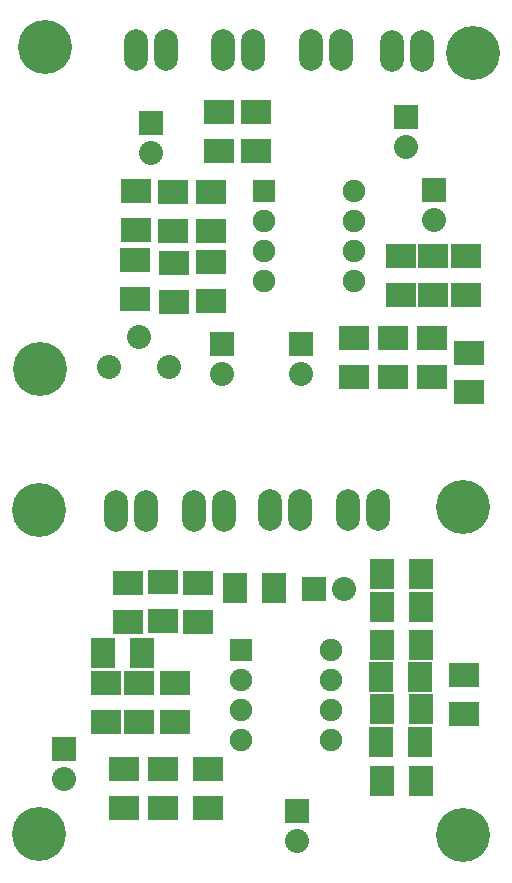
<source format=gts>
G04 (created by PCBNEW-RS274X (2012-apr-16-27)-stable) date Sat 01 Mar 2014 16:34:46 GMT*
G01*
G70*
G90*
%MOIN*%
G04 Gerber Fmt 3.4, Leading zero omitted, Abs format*
%FSLAX34Y34*%
G04 APERTURE LIST*
%ADD10C,0.006000*%
%ADD11C,0.180000*%
%ADD12R,0.080000X0.100000*%
%ADD13R,0.100000X0.080000*%
%ADD14R,0.075000X0.075000*%
%ADD15C,0.075000*%
%ADD16O,0.079300X0.138700*%
%ADD17R,0.080000X0.080000*%
%ADD18C,0.080000*%
G04 APERTURE END LIST*
G54D10*
G54D11*
X57240Y-34940D03*
G54D12*
X68630Y-42680D03*
X69930Y-42680D03*
G54D13*
X62860Y-44890D03*
X62860Y-43590D03*
X61380Y-43590D03*
X61380Y-44890D03*
X71390Y-41740D03*
X71390Y-40440D03*
X61770Y-42000D03*
X61770Y-40700D03*
X60580Y-42000D03*
X60580Y-40700D03*
G54D12*
X69930Y-40520D03*
X68630Y-40520D03*
X68650Y-43980D03*
X69950Y-43980D03*
X65060Y-37550D03*
X63760Y-37550D03*
X69950Y-38180D03*
X68650Y-38180D03*
X68650Y-39440D03*
X69950Y-39440D03*
G54D13*
X60080Y-44870D03*
X60080Y-43570D03*
G54D12*
X68650Y-41580D03*
X69950Y-41580D03*
G54D14*
X63980Y-39600D03*
G54D15*
X63980Y-40600D03*
X63980Y-41600D03*
X63980Y-42600D03*
X66980Y-42600D03*
X66980Y-41600D03*
X66980Y-40600D03*
X66980Y-39600D03*
G54D16*
X64940Y-34940D03*
X65940Y-34940D03*
X67520Y-34960D03*
X68520Y-34960D03*
G54D13*
X59460Y-40710D03*
X59460Y-42010D03*
X60470Y-25630D03*
X60470Y-24330D03*
X71550Y-31000D03*
X71550Y-29700D03*
X61740Y-26700D03*
X61740Y-28000D03*
X67730Y-29220D03*
X67730Y-30520D03*
X69040Y-29210D03*
X69040Y-30510D03*
X70340Y-29210D03*
X70340Y-30510D03*
G54D12*
X69960Y-37070D03*
X68660Y-37070D03*
G54D13*
X61350Y-38660D03*
X61350Y-37360D03*
X60190Y-37370D03*
X60190Y-38670D03*
G54D12*
X59380Y-39710D03*
X60680Y-39710D03*
G54D13*
X62530Y-38670D03*
X62530Y-37370D03*
X62950Y-25660D03*
X62950Y-24360D03*
X69290Y-27780D03*
X69290Y-26480D03*
X71460Y-26480D03*
X71460Y-27780D03*
X64480Y-21690D03*
X64480Y-22990D03*
X63220Y-22990D03*
X63220Y-21690D03*
X62970Y-26670D03*
X62970Y-27970D03*
X60440Y-27920D03*
X60440Y-26620D03*
G54D16*
X59800Y-34970D03*
X60800Y-34970D03*
X62390Y-34970D03*
X63390Y-34970D03*
X63380Y-19620D03*
X64380Y-19620D03*
X68990Y-19650D03*
X69990Y-19650D03*
X60480Y-19620D03*
X61480Y-19620D03*
G54D14*
X64720Y-24325D03*
G54D15*
X64720Y-25325D03*
X64720Y-26325D03*
X64720Y-27325D03*
X67720Y-27325D03*
X67720Y-26325D03*
X67720Y-25325D03*
X67720Y-24325D03*
G54D17*
X70390Y-24280D03*
G54D18*
X70390Y-25280D03*
G54D17*
X65970Y-29430D03*
G54D18*
X65970Y-30430D03*
G54D17*
X63340Y-29430D03*
G54D18*
X63340Y-30430D03*
G54D17*
X69460Y-21850D03*
G54D18*
X69460Y-22850D03*
G54D17*
X60950Y-22040D03*
G54D18*
X60950Y-23040D03*
G54D17*
X66400Y-37580D03*
G54D18*
X67400Y-37580D03*
G54D16*
X66300Y-19630D03*
X67300Y-19630D03*
G54D18*
X59550Y-30190D03*
X60550Y-29190D03*
X61550Y-30190D03*
G54D11*
X71380Y-45780D03*
X71380Y-34840D03*
X57430Y-19530D03*
X57260Y-30240D03*
X71710Y-19710D03*
X57240Y-45750D03*
G54D13*
X61690Y-25660D03*
X61690Y-24360D03*
X70380Y-26480D03*
X70380Y-27780D03*
G54D17*
X65830Y-44980D03*
G54D18*
X65830Y-45980D03*
G54D17*
X58080Y-42920D03*
G54D18*
X58080Y-43920D03*
M02*

</source>
